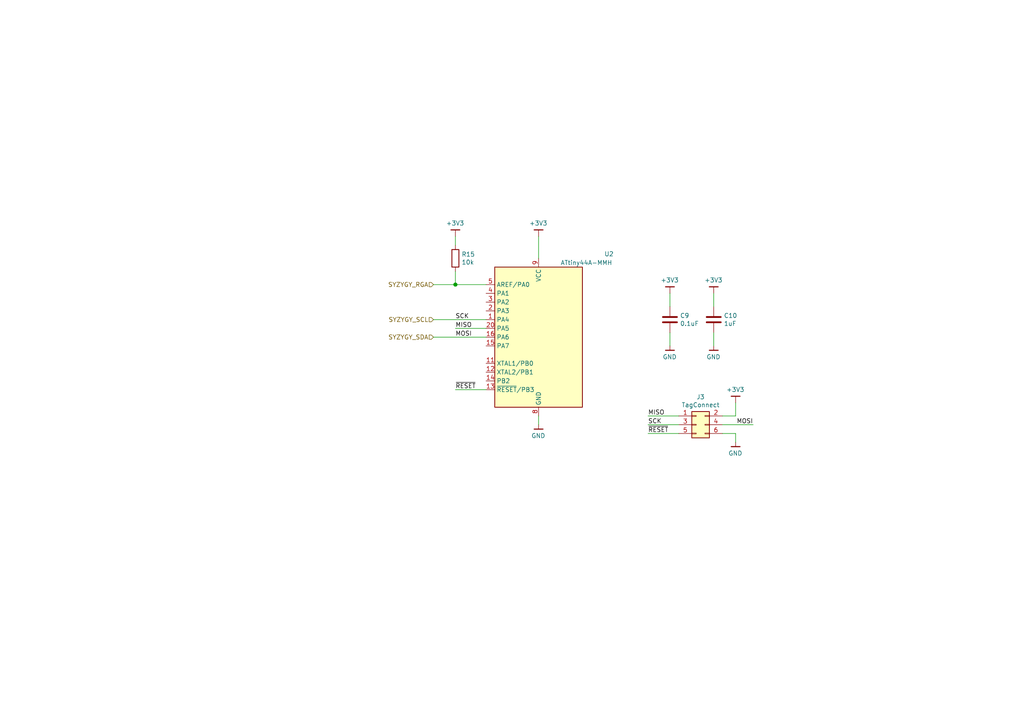
<source format=kicad_sch>
(kicad_sch (version 20230121) (generator eeschema)
  (paper "A4")
  (title_block (title "SYZYGY boson Breakout") (date "2020-12-24") (rev "r1.0") (company "GsD - @gregdavill") (comment 1 "SYZYGY Pod"))
  (lib_symbols
    (symbol "Connector_Generic:Conn_02x03_Odd_Even" (pin_names hide)
      (property "Reference" "J" (at 1.27 5.08 0))
      (property "Value" "Conn_02x03_Odd_Even" (at 1.27 -5.08 0))
      (symbol "Conn_02x03_Odd_Even_1_1"
        (rectangle (start -1.27 -2.413) (end 0 -2.667))
        (rectangle (start -1.27 0.127) (end 0 -0.127))
        (rectangle (start -1.27 2.667) (end 0 2.413))
        (rectangle (start -1.27 3.81) (end 3.81 -3.81) (stroke (width 0.254)) (fill (type background)))
        (rectangle (start 3.81 -2.413) (end 2.54 -2.667))
        (rectangle (start 3.81 0.127) (end 2.54 -0.127))
        (rectangle (start 3.81 2.667) (end 2.54 2.413))
        (pin passive line (at -5.08 2.54 0) (length 3.81) (name "Pin_1") (number "1"))
        (pin passive line (at 7.62 2.54 180) (length 3.81) (name "Pin_2") (number "2"))
        (pin passive line (at -5.08 0 0) (length 3.81) (name "Pin_3") (number "3"))
        (pin passive line (at 7.62 0 180) (length 3.81) (name "Pin_4") (number "4"))
        (pin passive line (at -5.08 -2.54 0) (length 3.81) (name "Pin_5") (number "5"))
        (pin passive line (at 7.62 -2.54 180) (length 3.81) (name "Pin_6") (number "6"))
      )
    )
    (symbol "Device:C" (pin_numbers hide) (pin_names (offset 0.254))
      (property "Reference" "C" (at 0.635 2.54 0))
      (property "Value" "C" (at 0.635 -2.54 0))
      (symbol "C_0_1"
        (polyline (pts (xy -2.032 -0.762) (xy 2.032 -0.762)) (stroke (width 0.508)))
        (polyline (pts (xy -2.032 0.762) (xy 2.032 0.762)) (stroke (width 0.508)))
      )
      (symbol "C_1_1"
        (pin passive line (at 0 3.81 270) (length 2.794) (name "~") (number "1"))
        (pin passive line (at 0 -3.81 90) (length 2.794) (name "~") (number "2"))
      )
    )
    (symbol "Device:R" (pin_numbers hide) (pin_names (offset 0))
      (property "Reference" "R" (at 2.032 0 90))
      (property "Value" "R" (at 0 0 90))
      (symbol "R_0_1"
        (rectangle (start -1.016 -2.54) (end 1.016 2.54) (stroke (width 0.254)))
      )
      (symbol "R_1_1"
        (pin passive line (at 0 3.81 270) (length 1.27) (name "~") (number "1"))
        (pin passive line (at 0 -3.81 90) (length 1.27) (name "~") (number "2"))
      )
    )
    (symbol "SyzygyLVDSPod-rescue:ATtiny44A-MMH-MCU_Microchip_ATtiny"
      (property "Reference" "U" (at -12.7 21.59 0))
      (property "Value" "ATtiny44A-MMH-MCU_Microchip_ATtiny" (at 2.54 -21.59 0))
      (symbol "ATtiny44A-MMH-MCU_Microchip_ATtiny_0_1"
        (rectangle (start -12.7 -20.32) (end 12.7 20.32) (stroke (width 0.254)) (fill (type background)))
      )
      (symbol "ATtiny44A-MMH-MCU_Microchip_ATtiny_1_1"
        (pin tri_state line (at 15.24 5.08 180) (length 2.54) (name "PA4") (number "1"))
        (pin no_connect line (at -12.7 -10.16 0) (length 2.54) hide (name "NC") (number "10"))
        (pin tri_state line (at 15.24 -7.62 180) (length 2.54) (name "XTAL1/PB0") (number "11"))
        (pin tri_state line (at 15.24 -10.16 180) (length 2.54) (name "XTAL2/PB1") (number "12"))
        (pin tri_state line (at 15.24 -15.24 180) (length 2.54) (name "~{RESET}/PB3") (number "13"))
        (pin tri_state line (at 15.24 -12.7 180) (length 2.54) (name "PB2") (number "14"))
        (pin tri_state line (at 15.24 -2.54 180) (length 2.54) (name "PA7") (number "15"))
        (pin tri_state line (at 15.24 0 180) (length 2.54) (name "PA6") (number "16"))
        (pin no_connect line (at -12.7 -12.7 0) (length 2.54) hide (name "NC") (number "17"))
        (pin no_connect line (at -12.7 -15.24 0) (length 2.54) hide (name "NC") (number "18"))
        (pin no_connect line (at -12.7 -17.78 0) (length 2.54) hide (name "NC") (number "19"))
        (pin tri_state line (at 15.24 7.62 180) (length 2.54) (name "PA3") (number "2"))
        (pin tri_state line (at 15.24 2.54 180) (length 2.54) (name "PA5") (number "20"))
        (pin passive line (at 0 -22.86 90) (length 2.54) hide (name "GND") (number "21"))
        (pin tri_state line (at 15.24 10.16 180) (length 2.54) (name "PA2") (number "3"))
        (pin tri_state line (at 15.24 12.7 180) (length 2.54) (name "PA1") (number "4"))
        (pin tri_state line (at 15.24 15.24 180) (length 2.54) (name "AREF/PA0") (number "5"))
        (pin no_connect line (at -12.7 -5.08 0) (length 2.54) hide (name "NC") (number "6"))
        (pin no_connect line (at -12.7 -7.62 0) (length 2.54) hide (name "NC") (number "7"))
        (pin power_in line (at 0 -22.86 90) (length 2.54) (name "GND") (number "8"))
        (pin power_in line (at 0 22.86 270) (length 2.54) (name "VCC") (number "9"))
      )
    )
    (symbol "gkl_power:+3V3" (power) (pin_names (offset 0))
      (property "Value" "+3V3" (at 0 3.556 0))
      (symbol "+3V3_0_1"
        (polyline (pts (xy -1.27 1.905) (xy 1.27 1.905)) (stroke (width 0.3048)))
        (polyline (pts (xy 0 0) (xy 0 1.905)))
      )
      (symbol "+3V3_1_1"
        (pin power_in line (at 0 0 90) (length 0) hide (name "+3V3") (number "1"))
      )
    )
    (symbol "gkl_power:GND" (power) (pin_names (offset 0))
      (property "Value" "GND" (at 0 -2.54 0))
      (symbol "GND_0_1"
        (polyline (pts (xy 0 -1.27) (xy 0 0)))
        (polyline (pts (xy 1.27 -1.27) (xy -1.27 -1.27)) (stroke (width 0.3048)))
      )
      (symbol "GND_1_1"
        (pin power_in line (at 0 0 270) (length 0) hide (name "GND") (number "1"))
      )
    )
  )
  (junction (at 132.08 82.55) (diameter 1.016))
  (wire (pts (xy 132.08 95.25) (xy 140.97 95.25)))
  (wire (pts (xy 125.73 82.55) (xy 132.08 82.55)))
  (wire (pts (xy 132.08 82.55) (xy 132.08 78.74)))
  (wire (pts (xy 187.96 123.19) (xy 196.85 123.19)))
  (wire (pts (xy 125.73 92.71) (xy 140.97 92.71)))
  (wire (pts (xy 156.21 120.65) (xy 156.21 123.19)))
  (wire (pts (xy 213.36 120.65) (xy 213.36 116.84)))
  (wire (pts (xy 207.01 96.52) (xy 207.01 100.33)))
  (wire (pts (xy 209.55 125.73) (xy 213.36 125.73)))
  (wire (pts (xy 209.55 120.65) (xy 213.36 120.65)))
  (wire (pts (xy 132.08 82.55) (xy 140.97 82.55)))
  (wire (pts (xy 125.73 97.79) (xy 140.97 97.79)))
  (wire (pts (xy 209.55 123.19) (xy 218.44 123.19)))
  (wire (pts (xy 194.31 96.52) (xy 194.31 100.33)))
  (wire (pts (xy 207.01 85.09) (xy 207.01 88.9)))
  (wire (pts (xy 156.21 68.58) (xy 156.21 74.93)))
  (wire (pts (xy 187.96 125.73) (xy 196.85 125.73)))
  (wire (pts (xy 213.36 128.27) (xy 213.36 125.73)))
  (wire (pts (xy 132.08 71.12) (xy 132.08 68.58)))
  (wire (pts (xy 187.96 120.65) (xy 196.85 120.65)))
  (wire (pts (xy 194.31 85.09) (xy 194.31 88.9)))
  (wire (pts (xy 132.08 113.03) (xy 140.97 113.03)))
  (label "SCK" (at 187.96 123.19 0))
  (label "~{RESET}" (at 132.08 113.03 0))
  (label "SCK" (at 132.08 92.71 0))
  (label "~{RESET}" (at 187.96 125.73 0))
  (label "MISO" (at 187.96 120.65 0))
  (label "MOSI" (at 132.08 97.79 0))
  (label "MISO" (at 132.08 95.25 0))
  (label "MOSI" (at 218.44 123.19 180))
  (hierarchical_label "SYZYGY_RGA" (shape input) (at 125.73 82.55 180))
  (hierarchical_label "SYZYGY_SCL" (shape input) (at 125.73 92.71 180))
  (hierarchical_label "SYZYGY_SDA" (shape input) (at 125.73 97.79 180))
  (symbol (lib_id "SyzygyLVDSPod-rescue:ATtiny44A-MMH-MCU_Microchip_ATtiny") (at 156.21 97.79 0) (mirror y) (unit 1)
    (property "Reference" "U2" (at 175.26 73.66 0) (effects (justify right)))
    (property "Value" "ATtiny44A-MMH" (at 162.56 76.2 0) (effects (justify right)))
    (property "Footprint" "Package_DFN_QFN:QFN-20-1EP_3x3mm_P0.45mm_EP1.6x1.6mm" (effects hide))
    (property "Mfg" "Microchip Technology" (effects hide))
    (property "PN" "ATTINY44A-MMH" (effects hide))
  )
  (symbol (lib_id "gkl_power:+3V3") (at 156.21 68.58 0) (mirror y) (unit 1)
    (property "Reference" "#PWR027" (effects hide))
    (property "Value" "+3V3" (at 156.1338 64.7446 0))
  )
  (symbol (lib_id "gkl_power:GND") (at 156.21 123.19 0) (mirror y) (unit 1)
    (property "Reference" "#PWR028" (effects hide))
    (property "Value" "GND" (at 156.1338 126.3904 0))
  )
  (symbol (lib_id "Device:R") (at 132.08 74.93 0) (unit 1)
    (property "Reference" "R15" (at 133.858 73.7616 0) (effects (justify left)))
    (property "Value" "10k" (at 133.858 76.073 0) (effects (justify left)))
    (property "Footprint" "Resistor_SMD:R_0402_1005Metric" (effects hide))
    (property "Mfg" "Yageo" (effects hide))
    (property "PN" "RC0402JR-0710KL" (effects hide))
  )
  (symbol (lib_id "gkl_power:+3V3") (at 132.08 68.58 0) (mirror y) (unit 1)
    (property "Reference" "#PWR026" (effects hide))
    (property "Value" "+3V3" (at 132.0038 64.7446 0))
  )
  (symbol (lib_id "Connector_Generic:Conn_02x03_Odd_Even") (at 201.93 123.19 0) (unit 1)
    (property "Reference" "J3" (at 203.2 115.1382 0))
    (property "Value" "TagConnect" (at 203.2 117.4496 0))
    (property "Footprint" "pkl_tag_connect:TC2030-NL_SMALL" (effects hide))
  )
  (symbol (lib_id "gkl_power:+3V3") (at 194.31 85.09 0) (mirror y) (unit 1)
    (property "Reference" "#PWR029" (effects hide))
    (property "Value" "+3V3" (at 194.2338 81.2546 0))
  )
  (symbol (lib_id "gkl_power:GND") (at 194.31 100.33 0) (mirror y) (unit 1)
    (property "Reference" "#PWR030" (effects hide))
    (property "Value" "GND" (at 194.2338 103.5304 0))
  )
  (symbol (lib_id "Device:C") (at 194.31 92.71 0) (unit 1)
    (property "Reference" "C9" (at 197.231 91.5416 0) (effects (justify left)))
    (property "Value" "0.1uF" (at 197.231 93.853 0) (effects (justify left)))
    (property "Footprint" "Capacitor_SMD:C_0402_1005Metric" (effects hide))
    (property "PN" "CC0402JRX7R7BB104" (effects hide))
    (property "Mfg" "Yageo" (effects hide))
  )
  (symbol (lib_id "gkl_power:+3V3") (at 207.01 85.09 0) (mirror y) (unit 1)
    (property "Reference" "#PWR031" (effects hide))
    (property "Value" "+3V3" (at 206.9338 81.2546 0))
  )
  (symbol (lib_id "gkl_power:GND") (at 207.01 100.33 0) (mirror y) (unit 1)
    (property "Reference" "#PWR032" (effects hide))
    (property "Value" "GND" (at 206.9338 103.5304 0))
  )
  (symbol (lib_id "Device:C") (at 207.01 92.71 0) (unit 1)
    (property "Reference" "C10" (at 209.931 91.5416 0) (effects (justify left)))
    (property "Value" "1uF" (at 209.931 93.853 0) (effects (justify left)))
    (property "Footprint" "Capacitor_SMD:C_0402_1005Metric" (effects hide))
    (property "PN" "CC0402KRX5R8BB105" (effects hide))
    (property "Mfg" "Yageo" (effects hide))
  )
  (symbol (lib_id "gkl_power:GND") (at 213.36 128.27 0) (mirror y) (unit 1)
    (property "Reference" "#PWR034" (effects hide))
    (property "Value" "GND" (at 213.2838 131.4704 0))
  )
  (symbol (lib_id "gkl_power:+3V3") (at 213.36 116.84 0) (mirror y) (unit 1)
    (property "Reference" "#PWR033" (effects hide))
    (property "Value" "+3V3" (at 213.2838 113.0046 0))
  )
)
</source>
